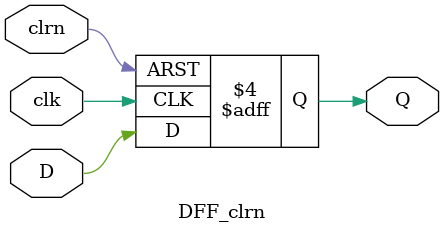
<source format=v>

module Seq_Multiplier(clk, resetn,start, a, b, p);
	input clk, resetn, start;
	input [3:0] a,b;
	output[7:0] p;
	
	wire [3:0] regB_, mult_B;
	wire [7:0] temp_P; //temporary product
	wire E;
	wire start_r; //start
	wire c; //carry
	wire [3:0]sum;
	wire so_PH; //serial out of PH
	wire so_PL; //serial out of PL
		
	//control signals
	wire Clr_PH, LD_PH,Shft_Rt, LD_PL,Dec_cnt,EN_Cnt,zero;
	wire [1:0] count;
	
	DFF_clrn Start_reg(.clk(clk),.clrn(resetn),.D(~start),.Q(start_r));
	
	Register_4bit regB(.clk(clk), .ld(LD_B), .a(b), .y(regB_)); //Multiplicand
	
	//And the LSB of shifted multiplier(PL) with multiplicand 
	assign mult_B[0] = regB_[0] & temp_P[0];
	assign mult_B[1] = regB_[1] & temp_P[0];
	assign mult_B[2] = regB_[2] & temp_P[0];
	assign mult_B[3] = regB_[3] & temp_P[0];
	
	
	Adder_4bit Adder(.a(temp_P[7:4]),.b(mult_B),.cin(1'b0),.s(sum),.co(c));
	
	//Register bank for multiplier and output of adder - shift registers
	shift_reg PH(.clk(clk),.clr(Clr_PH),.load(LD_PH),.shiftr(Shft_Rt),.si(E),.so(so_PH),.D(sum),.Q(temp_P[7:4]));
	shift_reg PL(.clk(clk), .clr(~resetn),.load(LD_PL),.shiftr(Shft_Rt),.si(so_PH),.so(so_PL),.D(a),.Q(temp_P[3:0])); 
	
	//Parallel load to allow loading of the multiplier (A).	
	shift_reg_si #(.N(1)) E_reg(.clk(clk),.clr(),.load(LD_E),.shiftr(Shft_Rt),.D(c),.Q(E));
	
	//Counter 
	counter  #(.N(2)) counterr(.clk(clk), .resetn(resetn),.syn_clr(1'b0), .load(LD_Cnt), .en(EN_Cnt),
	.up(Dec_Cnt),.d(2'd3),.max_tick(), .min_tick(zero),.q(count));
	
	//Multiplier controller - FSM 
	localparam [1:0] S0 = 2'b00,
						  S1 = 2'b01,
						  S2 = 2'b10;
							  
	// signal declaration
	reg [1:0] state_reg, state_next;
	
	//state register
	always@(posedge clk, negedge resetn)
		if(!resetn)
			state_reg <= S0;
		else
			state_reg <= state_next;
	
	// next-state logic
	always@*
		case(state_reg)
			S0: begin
					if(start_r)
						state_next <= S1;
					else
						state_next <= S0;
				end
			S1: begin
					if(start_r)
						state_next <= S1;
					else
						state_next <= S2;
			end
			S2: begin
				if(~zero)
					state_next <= S1;
				else
					state_next <= S0;
			end
			default: state_next <= S0;
		endcase
	
	//Generating Data Path Control Signals
	assign LD_PL = (state_reg==S0 & start_r)? 1'b1:1'b0;
	assign Clr_PH = (state_reg==S0 & start_r)? 1'b1:1'b0;
	assign LD_B = (state_reg==S0 & start_r)? 1'b1:1'b0;
	assign LD_Cnt = (state_reg==S0 & start_r)? 1'b1:1'b0;	
	assign LD_PH = (state_reg==S1 & ~start_r)? 1'b1:1'b0;
	assign LD_E = (state_reg==S1 & ~start_r)? 1'b1:1'b0;	
	assign Shft_Rt = (state_reg == S2)? 1'b1:1'b0;
	assign EN_Cnt = (state_reg == S2)? 1'b1:1'b0;
	assign Dec_Cnt = (state_reg == S2)? 1'b0:1'b1;	
	assign p = temp_P;	
endmodule

/*****************************************
	2 bit Counter
	counts from max to 0 on tick signals
	sets zero at 0
*/
module counter 
	#(parameter N=2)
	(
		input wire clk, resetn,
		input wire syn_clr, load, en, up,
		input wire [N-1:0] d,
		output wire max_tick, min_tick,
		output wire [N-1:0] q
	);
	
	//signal declaration
	reg [N-1:0] r_reg, r_next;
	
	//register
	always @(posedge clk, negedge resetn)
		if(~resetn)
			r_reg <= 0;
		else
			r_reg <= r_next;
			
	//next-state logic
	always @*
		if(syn_clr)
			r_next = 0;
		else if (load)
			r_next = d;
		else if (en & up)
			r_next = r_reg + 1;
		else if (en & ~up)
			r_next = r_reg - 1;
		else
			r_next = r_reg;
			
	 // output logic
	 assign q = r_reg;
	 assign max_tick = (r_reg==2**N-1) ? 1'b1 : 1'b0;
	 assign min_tick = (r_reg ==0) ? 1'b1 : 1'b0;
	 
endmodule

module DFF_clrn(
		input wire clk, clrn,
		input wire D,
		output reg Q
	);
	
	
	initial begin Q=0; end
	//register
	always @(posedge clk, negedge clrn)
		if (~clrn)
			Q <=0;
		else
			Q <= D;
	
endmodule
	

</source>
